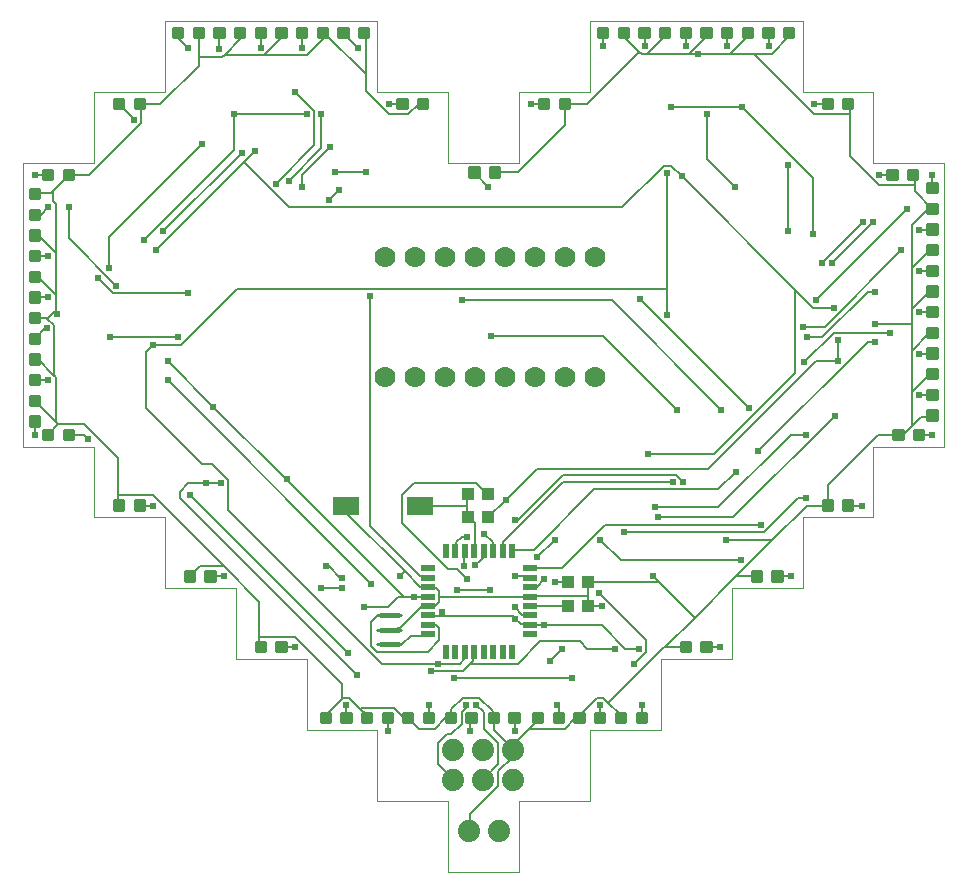
<source format=gtl>
G75*
%MOIN*%
%OFA0B0*%
%FSLAX25Y25*%
%IPPOS*%
%LPD*%
%AMOC8*
5,1,8,0,0,1.08239X$1,22.5*
%
%ADD10C,0.00004*%
%ADD11C,0.01181*%
%ADD12C,0.01772*%
%ADD13C,0.01000*%
%ADD14R,0.04331X0.03937*%
%ADD15R,0.05000X0.02200*%
%ADD16R,0.02200X0.05000*%
%ADD17C,0.07400*%
%ADD18R,0.09055X0.06299*%
%ADD19C,0.07000*%
%ADD20C,0.00787*%
%ADD21C,0.02400*%
D10*
X0074429Y0071868D02*
X0074429Y0095490D01*
X0050807Y0095490D01*
X0050807Y0119112D01*
X0027185Y0119112D01*
X0027185Y0142734D01*
X0003563Y0142734D01*
X0003563Y0237222D01*
X0027185Y0237222D01*
X0027185Y0260844D01*
X0050807Y0260844D01*
X0050807Y0284467D01*
X0121673Y0284467D01*
X0121673Y0260844D01*
X0145295Y0260844D01*
X0145295Y0237222D01*
X0168917Y0237222D01*
X0168917Y0260844D01*
X0192539Y0260844D01*
X0192539Y0284467D01*
X0263406Y0284467D01*
X0263406Y0260844D01*
X0287028Y0260844D01*
X0287028Y0237222D01*
X0310650Y0237222D01*
X0310650Y0142734D01*
X0287028Y0142734D01*
X0287028Y0119112D01*
X0263406Y0119112D01*
X0263406Y0095490D01*
X0239783Y0095490D01*
X0239783Y0071868D01*
X0216161Y0071868D01*
X0216161Y0048246D01*
X0192539Y0048246D01*
X0192539Y0024624D01*
X0168917Y0024624D01*
X0168917Y0001002D01*
X0145295Y0001002D01*
X0145295Y0024624D01*
X0121673Y0024624D01*
X0121673Y0048246D01*
X0098051Y0048246D01*
X0098051Y0071868D01*
X0074429Y0071868D01*
D11*
X0084165Y0074427D02*
X0084165Y0077183D01*
X0084165Y0074427D02*
X0081409Y0074427D01*
X0081409Y0077183D01*
X0084165Y0077183D01*
X0084165Y0075607D02*
X0081409Y0075607D01*
X0081409Y0076787D02*
X0084165Y0076787D01*
X0091071Y0077183D02*
X0091071Y0074427D01*
X0088315Y0074427D01*
X0088315Y0077183D01*
X0091071Y0077183D01*
X0091071Y0075607D02*
X0088315Y0075607D01*
X0088315Y0076787D02*
X0091071Y0076787D01*
X0105819Y0053561D02*
X0105819Y0050805D01*
X0103063Y0050805D01*
X0103063Y0053561D01*
X0105819Y0053561D01*
X0105819Y0051985D02*
X0103063Y0051985D01*
X0103063Y0053165D02*
X0105819Y0053165D01*
X0112724Y0053561D02*
X0112724Y0050805D01*
X0109968Y0050805D01*
X0109968Y0053561D01*
X0112724Y0053561D01*
X0112724Y0051985D02*
X0109968Y0051985D01*
X0109968Y0053165D02*
X0112724Y0053165D01*
X0119598Y0053561D02*
X0119598Y0050805D01*
X0116842Y0050805D01*
X0116842Y0053561D01*
X0119598Y0053561D01*
X0119598Y0051985D02*
X0116842Y0051985D01*
X0116842Y0053165D02*
X0119598Y0053165D01*
X0126504Y0053561D02*
X0126504Y0050805D01*
X0123748Y0050805D01*
X0123748Y0053561D01*
X0126504Y0053561D01*
X0126504Y0051985D02*
X0123748Y0051985D01*
X0123748Y0053165D02*
X0126504Y0053165D01*
X0133378Y0053561D02*
X0133378Y0050805D01*
X0130622Y0050805D01*
X0130622Y0053561D01*
X0133378Y0053561D01*
X0133378Y0051985D02*
X0130622Y0051985D01*
X0130622Y0053165D02*
X0133378Y0053165D01*
X0140284Y0053561D02*
X0140284Y0050805D01*
X0137528Y0050805D01*
X0137528Y0053561D01*
X0140284Y0053561D01*
X0140284Y0051985D02*
X0137528Y0051985D01*
X0137528Y0053165D02*
X0140284Y0053165D01*
X0147512Y0053561D02*
X0147512Y0050805D01*
X0144756Y0050805D01*
X0144756Y0053561D01*
X0147512Y0053561D01*
X0147512Y0051985D02*
X0144756Y0051985D01*
X0144756Y0053165D02*
X0147512Y0053165D01*
X0154417Y0053561D02*
X0154417Y0050805D01*
X0151661Y0050805D01*
X0151661Y0053561D01*
X0154417Y0053561D01*
X0154417Y0051985D02*
X0151661Y0051985D01*
X0151661Y0053165D02*
X0154417Y0053165D01*
X0161882Y0053561D02*
X0161882Y0050805D01*
X0159126Y0050805D01*
X0159126Y0053561D01*
X0161882Y0053561D01*
X0161882Y0051985D02*
X0159126Y0051985D01*
X0159126Y0053165D02*
X0161882Y0053165D01*
X0168787Y0053561D02*
X0168787Y0050805D01*
X0166031Y0050805D01*
X0166031Y0053561D01*
X0168787Y0053561D01*
X0168787Y0051985D02*
X0166031Y0051985D01*
X0166031Y0053165D02*
X0168787Y0053165D01*
X0176685Y0053561D02*
X0176685Y0050805D01*
X0173929Y0050805D01*
X0173929Y0053561D01*
X0176685Y0053561D01*
X0176685Y0051985D02*
X0173929Y0051985D01*
X0173929Y0053165D02*
X0176685Y0053165D01*
X0183591Y0053561D02*
X0183591Y0050805D01*
X0180835Y0050805D01*
X0180835Y0053561D01*
X0183591Y0053561D01*
X0183591Y0051985D02*
X0180835Y0051985D01*
X0180835Y0053165D02*
X0183591Y0053165D01*
X0190465Y0053561D02*
X0190465Y0050805D01*
X0187709Y0050805D01*
X0187709Y0053561D01*
X0190465Y0053561D01*
X0190465Y0051985D02*
X0187709Y0051985D01*
X0187709Y0053165D02*
X0190465Y0053165D01*
X0197370Y0053561D02*
X0197370Y0050805D01*
X0194614Y0050805D01*
X0194614Y0053561D01*
X0197370Y0053561D01*
X0197370Y0051985D02*
X0194614Y0051985D01*
X0194614Y0053165D02*
X0197370Y0053165D01*
X0204244Y0053561D02*
X0204244Y0050805D01*
X0201488Y0050805D01*
X0201488Y0053561D01*
X0204244Y0053561D01*
X0204244Y0051985D02*
X0201488Y0051985D01*
X0201488Y0053165D02*
X0204244Y0053165D01*
X0211150Y0053561D02*
X0211150Y0050805D01*
X0208394Y0050805D01*
X0208394Y0053561D01*
X0211150Y0053561D01*
X0211150Y0051985D02*
X0208394Y0051985D01*
X0208394Y0053165D02*
X0211150Y0053165D01*
X0225898Y0074427D02*
X0225898Y0077183D01*
X0225898Y0074427D02*
X0223142Y0074427D01*
X0223142Y0077183D01*
X0225898Y0077183D01*
X0225898Y0075607D02*
X0223142Y0075607D01*
X0223142Y0076787D02*
X0225898Y0076787D01*
X0232803Y0077183D02*
X0232803Y0074427D01*
X0230047Y0074427D01*
X0230047Y0077183D01*
X0232803Y0077183D01*
X0232803Y0075607D02*
X0230047Y0075607D01*
X0230047Y0076787D02*
X0232803Y0076787D01*
X0249520Y0098049D02*
X0249520Y0100805D01*
X0249520Y0098049D02*
X0246764Y0098049D01*
X0246764Y0100805D01*
X0249520Y0100805D01*
X0249520Y0099229D02*
X0246764Y0099229D01*
X0246764Y0100409D02*
X0249520Y0100409D01*
X0256425Y0100805D02*
X0256425Y0098049D01*
X0253669Y0098049D01*
X0253669Y0100805D01*
X0256425Y0100805D01*
X0256425Y0099229D02*
X0253669Y0099229D01*
X0253669Y0100409D02*
X0256425Y0100409D01*
X0273142Y0121671D02*
X0273142Y0124427D01*
X0273142Y0121671D02*
X0270386Y0121671D01*
X0270386Y0124427D01*
X0273142Y0124427D01*
X0273142Y0122851D02*
X0270386Y0122851D01*
X0270386Y0124031D02*
X0273142Y0124031D01*
X0280047Y0124427D02*
X0280047Y0121671D01*
X0277291Y0121671D01*
X0277291Y0124427D01*
X0280047Y0124427D01*
X0280047Y0122851D02*
X0277291Y0122851D01*
X0277291Y0124031D02*
X0280047Y0124031D01*
X0296764Y0145293D02*
X0296764Y0148049D01*
X0296764Y0145293D02*
X0294008Y0145293D01*
X0294008Y0148049D01*
X0296764Y0148049D01*
X0296764Y0146473D02*
X0294008Y0146473D01*
X0294008Y0147653D02*
X0296764Y0147653D01*
X0303669Y0148049D02*
X0303669Y0145293D01*
X0300913Y0145293D01*
X0300913Y0148049D01*
X0303669Y0148049D01*
X0303669Y0146473D02*
X0300913Y0146473D01*
X0300913Y0147653D02*
X0303669Y0147653D01*
X0305335Y0154439D02*
X0308091Y0154439D01*
X0308091Y0151683D01*
X0305335Y0151683D01*
X0305335Y0154439D01*
X0305335Y0152863D02*
X0308091Y0152863D01*
X0308091Y0154043D02*
X0305335Y0154043D01*
X0305335Y0161345D02*
X0308091Y0161345D01*
X0308091Y0158589D01*
X0305335Y0158589D01*
X0305335Y0161345D01*
X0305335Y0159769D02*
X0308091Y0159769D01*
X0308091Y0160949D02*
X0305335Y0160949D01*
X0305335Y0168219D02*
X0308091Y0168219D01*
X0308091Y0165463D01*
X0305335Y0165463D01*
X0305335Y0168219D01*
X0305335Y0166643D02*
X0308091Y0166643D01*
X0308091Y0167823D02*
X0305335Y0167823D01*
X0305335Y0175124D02*
X0308091Y0175124D01*
X0308091Y0172368D01*
X0305335Y0172368D01*
X0305335Y0175124D01*
X0305335Y0173548D02*
X0308091Y0173548D01*
X0308091Y0174728D02*
X0305335Y0174728D01*
X0305335Y0181998D02*
X0308091Y0181998D01*
X0308091Y0179242D01*
X0305335Y0179242D01*
X0305335Y0181998D01*
X0305335Y0180422D02*
X0308091Y0180422D01*
X0308091Y0181602D02*
X0305335Y0181602D01*
X0305335Y0188904D02*
X0308091Y0188904D01*
X0308091Y0186148D01*
X0305335Y0186148D01*
X0305335Y0188904D01*
X0305335Y0187328D02*
X0308091Y0187328D01*
X0308091Y0188508D02*
X0305335Y0188508D01*
X0305335Y0195778D02*
X0308091Y0195778D01*
X0308091Y0193022D01*
X0305335Y0193022D01*
X0305335Y0195778D01*
X0305335Y0194202D02*
X0308091Y0194202D01*
X0308091Y0195382D02*
X0305335Y0195382D01*
X0305335Y0202683D02*
X0308091Y0202683D01*
X0308091Y0199927D01*
X0305335Y0199927D01*
X0305335Y0202683D01*
X0305335Y0201107D02*
X0308091Y0201107D01*
X0308091Y0202287D02*
X0305335Y0202287D01*
X0305335Y0209557D02*
X0308091Y0209557D01*
X0308091Y0206801D01*
X0305335Y0206801D01*
X0305335Y0209557D01*
X0305335Y0207981D02*
X0308091Y0207981D01*
X0308091Y0209161D02*
X0305335Y0209161D01*
X0305335Y0216463D02*
X0308091Y0216463D01*
X0308091Y0213707D01*
X0305335Y0213707D01*
X0305335Y0216463D01*
X0305335Y0214887D02*
X0308091Y0214887D01*
X0308091Y0216067D02*
X0305335Y0216067D01*
X0305335Y0223337D02*
X0308091Y0223337D01*
X0308091Y0220581D01*
X0305335Y0220581D01*
X0305335Y0223337D01*
X0305335Y0221761D02*
X0308091Y0221761D01*
X0308091Y0222941D02*
X0305335Y0222941D01*
X0305335Y0230242D02*
X0308091Y0230242D01*
X0308091Y0227486D01*
X0305335Y0227486D01*
X0305335Y0230242D01*
X0305335Y0228666D02*
X0308091Y0228666D01*
X0308091Y0229846D02*
X0305335Y0229846D01*
X0298945Y0231907D02*
X0298945Y0234663D01*
X0301701Y0234663D01*
X0301701Y0231907D01*
X0298945Y0231907D01*
X0298945Y0233087D02*
X0301701Y0233087D01*
X0301701Y0234267D02*
X0298945Y0234267D01*
X0292039Y0234663D02*
X0292039Y0231907D01*
X0292039Y0234663D02*
X0294795Y0234663D01*
X0294795Y0231907D01*
X0292039Y0231907D01*
X0292039Y0233087D02*
X0294795Y0233087D01*
X0294795Y0234267D02*
X0292039Y0234267D01*
X0277291Y0255529D02*
X0277291Y0258285D01*
X0280047Y0258285D01*
X0280047Y0255529D01*
X0277291Y0255529D01*
X0277291Y0256709D02*
X0280047Y0256709D01*
X0280047Y0257889D02*
X0277291Y0257889D01*
X0270386Y0258285D02*
X0270386Y0255529D01*
X0270386Y0258285D02*
X0273142Y0258285D01*
X0273142Y0255529D01*
X0270386Y0255529D01*
X0270386Y0256709D02*
X0273142Y0256709D01*
X0273142Y0257889D02*
X0270386Y0257889D01*
X0257606Y0279152D02*
X0257606Y0281908D01*
X0260362Y0281908D01*
X0260362Y0279152D01*
X0257606Y0279152D01*
X0257606Y0280332D02*
X0260362Y0280332D01*
X0260362Y0281512D02*
X0257606Y0281512D01*
X0250701Y0281908D02*
X0250701Y0279152D01*
X0250701Y0281908D02*
X0253457Y0281908D01*
X0253457Y0279152D01*
X0250701Y0279152D01*
X0250701Y0280332D02*
X0253457Y0280332D01*
X0253457Y0281512D02*
X0250701Y0281512D01*
X0243827Y0281908D02*
X0243827Y0279152D01*
X0243827Y0281908D02*
X0246583Y0281908D01*
X0246583Y0279152D01*
X0243827Y0279152D01*
X0243827Y0280332D02*
X0246583Y0280332D01*
X0246583Y0281512D02*
X0243827Y0281512D01*
X0236921Y0281908D02*
X0236921Y0279152D01*
X0236921Y0281908D02*
X0239677Y0281908D01*
X0239677Y0279152D01*
X0236921Y0279152D01*
X0236921Y0280332D02*
X0239677Y0280332D01*
X0239677Y0281512D02*
X0236921Y0281512D01*
X0230047Y0281908D02*
X0230047Y0279152D01*
X0230047Y0281908D02*
X0232803Y0281908D01*
X0232803Y0279152D01*
X0230047Y0279152D01*
X0230047Y0280332D02*
X0232803Y0280332D01*
X0232803Y0281512D02*
X0230047Y0281512D01*
X0223142Y0281908D02*
X0223142Y0279152D01*
X0223142Y0281908D02*
X0225898Y0281908D01*
X0225898Y0279152D01*
X0223142Y0279152D01*
X0223142Y0280332D02*
X0225898Y0280332D01*
X0225898Y0281512D02*
X0223142Y0281512D01*
X0216268Y0281908D02*
X0216268Y0279152D01*
X0216268Y0281908D02*
X0219024Y0281908D01*
X0219024Y0279152D01*
X0216268Y0279152D01*
X0216268Y0280332D02*
X0219024Y0280332D01*
X0219024Y0281512D02*
X0216268Y0281512D01*
X0209362Y0281908D02*
X0209362Y0279152D01*
X0209362Y0281908D02*
X0212118Y0281908D01*
X0212118Y0279152D01*
X0209362Y0279152D01*
X0209362Y0280332D02*
X0212118Y0280332D01*
X0212118Y0281512D02*
X0209362Y0281512D01*
X0202488Y0281908D02*
X0202488Y0279152D01*
X0202488Y0281908D02*
X0205244Y0281908D01*
X0205244Y0279152D01*
X0202488Y0279152D01*
X0202488Y0280332D02*
X0205244Y0280332D01*
X0205244Y0281512D02*
X0202488Y0281512D01*
X0195583Y0281908D02*
X0195583Y0279152D01*
X0195583Y0281908D02*
X0198339Y0281908D01*
X0198339Y0279152D01*
X0195583Y0279152D01*
X0195583Y0280332D02*
X0198339Y0280332D01*
X0198339Y0281512D02*
X0195583Y0281512D01*
X0182803Y0258285D02*
X0182803Y0255529D01*
X0182803Y0258285D02*
X0185559Y0258285D01*
X0185559Y0255529D01*
X0182803Y0255529D01*
X0182803Y0256709D02*
X0185559Y0256709D01*
X0185559Y0257889D02*
X0182803Y0257889D01*
X0175898Y0258285D02*
X0175898Y0255529D01*
X0175898Y0258285D02*
X0178654Y0258285D01*
X0178654Y0255529D01*
X0175898Y0255529D01*
X0175898Y0256709D02*
X0178654Y0256709D01*
X0178654Y0257889D02*
X0175898Y0257889D01*
X0159575Y0235451D02*
X0159575Y0232695D01*
X0159575Y0235451D02*
X0162331Y0235451D01*
X0162331Y0232695D01*
X0159575Y0232695D01*
X0159575Y0233875D02*
X0162331Y0233875D01*
X0162331Y0235055D02*
X0159575Y0235055D01*
X0152669Y0235451D02*
X0152669Y0232695D01*
X0152669Y0235451D02*
X0155425Y0235451D01*
X0155425Y0232695D01*
X0152669Y0232695D01*
X0152669Y0233875D02*
X0155425Y0233875D01*
X0155425Y0235055D02*
X0152669Y0235055D01*
X0135559Y0255529D02*
X0135559Y0258285D01*
X0138315Y0258285D01*
X0138315Y0255529D01*
X0135559Y0255529D01*
X0135559Y0256709D02*
X0138315Y0256709D01*
X0138315Y0257889D02*
X0135559Y0257889D01*
X0128653Y0258285D02*
X0128653Y0255529D01*
X0128653Y0258285D02*
X0131409Y0258285D01*
X0131409Y0255529D01*
X0128653Y0255529D01*
X0128653Y0256709D02*
X0131409Y0256709D01*
X0131409Y0257889D02*
X0128653Y0257889D01*
X0115874Y0279152D02*
X0115874Y0281908D01*
X0118630Y0281908D01*
X0118630Y0279152D01*
X0115874Y0279152D01*
X0115874Y0280332D02*
X0118630Y0280332D01*
X0118630Y0281512D02*
X0115874Y0281512D01*
X0108968Y0281908D02*
X0108968Y0279152D01*
X0108968Y0281908D02*
X0111724Y0281908D01*
X0111724Y0279152D01*
X0108968Y0279152D01*
X0108968Y0280332D02*
X0111724Y0280332D01*
X0111724Y0281512D02*
X0108968Y0281512D01*
X0102094Y0281908D02*
X0102094Y0279152D01*
X0102094Y0281908D02*
X0104850Y0281908D01*
X0104850Y0279152D01*
X0102094Y0279152D01*
X0102094Y0280332D02*
X0104850Y0280332D01*
X0104850Y0281512D02*
X0102094Y0281512D01*
X0095189Y0281908D02*
X0095189Y0279152D01*
X0095189Y0281908D02*
X0097945Y0281908D01*
X0097945Y0279152D01*
X0095189Y0279152D01*
X0095189Y0280332D02*
X0097945Y0280332D01*
X0097945Y0281512D02*
X0095189Y0281512D01*
X0088315Y0281908D02*
X0088315Y0279152D01*
X0088315Y0281908D02*
X0091071Y0281908D01*
X0091071Y0279152D01*
X0088315Y0279152D01*
X0088315Y0280332D02*
X0091071Y0280332D01*
X0091071Y0281512D02*
X0088315Y0281512D01*
X0081409Y0281908D02*
X0081409Y0279152D01*
X0081409Y0281908D02*
X0084165Y0281908D01*
X0084165Y0279152D01*
X0081409Y0279152D01*
X0081409Y0280332D02*
X0084165Y0280332D01*
X0084165Y0281512D02*
X0081409Y0281512D01*
X0074535Y0281908D02*
X0074535Y0279152D01*
X0074535Y0281908D02*
X0077291Y0281908D01*
X0077291Y0279152D01*
X0074535Y0279152D01*
X0074535Y0280332D02*
X0077291Y0280332D01*
X0077291Y0281512D02*
X0074535Y0281512D01*
X0067630Y0281908D02*
X0067630Y0279152D01*
X0067630Y0281908D02*
X0070386Y0281908D01*
X0070386Y0279152D01*
X0067630Y0279152D01*
X0067630Y0280332D02*
X0070386Y0280332D01*
X0070386Y0281512D02*
X0067630Y0281512D01*
X0060756Y0281908D02*
X0060756Y0279152D01*
X0060756Y0281908D02*
X0063512Y0281908D01*
X0063512Y0279152D01*
X0060756Y0279152D01*
X0060756Y0280332D02*
X0063512Y0280332D01*
X0063512Y0281512D02*
X0060756Y0281512D01*
X0053850Y0281908D02*
X0053850Y0279152D01*
X0053850Y0281908D02*
X0056606Y0281908D01*
X0056606Y0279152D01*
X0053850Y0279152D01*
X0053850Y0280332D02*
X0056606Y0280332D01*
X0056606Y0281512D02*
X0053850Y0281512D01*
X0041071Y0258285D02*
X0041071Y0255529D01*
X0041071Y0258285D02*
X0043827Y0258285D01*
X0043827Y0255529D01*
X0041071Y0255529D01*
X0041071Y0256709D02*
X0043827Y0256709D01*
X0043827Y0257889D02*
X0041071Y0257889D01*
X0034165Y0258285D02*
X0034165Y0255529D01*
X0034165Y0258285D02*
X0036921Y0258285D01*
X0036921Y0255529D01*
X0034165Y0255529D01*
X0034165Y0256709D02*
X0036921Y0256709D01*
X0036921Y0257889D02*
X0034165Y0257889D01*
X0017449Y0234663D02*
X0017449Y0231907D01*
X0017449Y0234663D02*
X0020205Y0234663D01*
X0020205Y0231907D01*
X0017449Y0231907D01*
X0017449Y0233087D02*
X0020205Y0233087D01*
X0020205Y0234267D02*
X0017449Y0234267D01*
X0010543Y0234663D02*
X0010543Y0231907D01*
X0010543Y0234663D02*
X0013299Y0234663D01*
X0013299Y0231907D01*
X0010543Y0231907D01*
X0010543Y0233087D02*
X0013299Y0233087D01*
X0013299Y0234267D02*
X0010543Y0234267D01*
X0008878Y0225518D02*
X0006122Y0225518D01*
X0006122Y0228274D01*
X0008878Y0228274D01*
X0008878Y0225518D01*
X0008878Y0226698D02*
X0006122Y0226698D01*
X0006122Y0227878D02*
X0008878Y0227878D01*
X0008878Y0218612D02*
X0006122Y0218612D01*
X0006122Y0221368D01*
X0008878Y0221368D01*
X0008878Y0218612D01*
X0008878Y0219792D02*
X0006122Y0219792D01*
X0006122Y0220972D02*
X0008878Y0220972D01*
X0008878Y0211738D02*
X0006122Y0211738D01*
X0006122Y0214494D01*
X0008878Y0214494D01*
X0008878Y0211738D01*
X0008878Y0212918D02*
X0006122Y0212918D01*
X0006122Y0214098D02*
X0008878Y0214098D01*
X0008878Y0204833D02*
X0006122Y0204833D01*
X0006122Y0207589D01*
X0008878Y0207589D01*
X0008878Y0204833D01*
X0008878Y0206013D02*
X0006122Y0206013D01*
X0006122Y0207193D02*
X0008878Y0207193D01*
X0008878Y0197959D02*
X0006122Y0197959D01*
X0006122Y0200715D01*
X0008878Y0200715D01*
X0008878Y0197959D01*
X0008878Y0199139D02*
X0006122Y0199139D01*
X0006122Y0200319D02*
X0008878Y0200319D01*
X0008878Y0191053D02*
X0006122Y0191053D01*
X0006122Y0193809D01*
X0008878Y0193809D01*
X0008878Y0191053D01*
X0008878Y0192233D02*
X0006122Y0192233D01*
X0006122Y0193413D02*
X0008878Y0193413D01*
X0008878Y0184179D02*
X0006122Y0184179D01*
X0006122Y0186935D01*
X0008878Y0186935D01*
X0008878Y0184179D01*
X0008878Y0185359D02*
X0006122Y0185359D01*
X0006122Y0186539D02*
X0008878Y0186539D01*
X0008878Y0177274D02*
X0006122Y0177274D01*
X0006122Y0180030D01*
X0008878Y0180030D01*
X0008878Y0177274D01*
X0008878Y0178454D02*
X0006122Y0178454D01*
X0006122Y0179634D02*
X0008878Y0179634D01*
X0008878Y0170400D02*
X0006122Y0170400D01*
X0006122Y0173156D01*
X0008878Y0173156D01*
X0008878Y0170400D01*
X0008878Y0171580D02*
X0006122Y0171580D01*
X0006122Y0172760D02*
X0008878Y0172760D01*
X0008878Y0163494D02*
X0006122Y0163494D01*
X0006122Y0166250D01*
X0008878Y0166250D01*
X0008878Y0163494D01*
X0008878Y0164674D02*
X0006122Y0164674D01*
X0006122Y0165854D02*
X0008878Y0165854D01*
X0008878Y0156620D02*
X0006122Y0156620D01*
X0006122Y0159376D01*
X0008878Y0159376D01*
X0008878Y0156620D01*
X0008878Y0157800D02*
X0006122Y0157800D01*
X0006122Y0158980D02*
X0008878Y0158980D01*
X0008878Y0149715D02*
X0006122Y0149715D01*
X0006122Y0152471D01*
X0008878Y0152471D01*
X0008878Y0149715D01*
X0008878Y0150895D02*
X0006122Y0150895D01*
X0006122Y0152075D02*
X0008878Y0152075D01*
X0013299Y0148049D02*
X0013299Y0145293D01*
X0010543Y0145293D01*
X0010543Y0148049D01*
X0013299Y0148049D01*
X0013299Y0146473D02*
X0010543Y0146473D01*
X0010543Y0147653D02*
X0013299Y0147653D01*
X0020205Y0148049D02*
X0020205Y0145293D01*
X0017449Y0145293D01*
X0017449Y0148049D01*
X0020205Y0148049D01*
X0020205Y0146473D02*
X0017449Y0146473D01*
X0017449Y0147653D02*
X0020205Y0147653D01*
X0036921Y0124427D02*
X0036921Y0121671D01*
X0034165Y0121671D01*
X0034165Y0124427D01*
X0036921Y0124427D01*
X0036921Y0122851D02*
X0034165Y0122851D01*
X0034165Y0124031D02*
X0036921Y0124031D01*
X0043827Y0124427D02*
X0043827Y0121671D01*
X0041071Y0121671D01*
X0041071Y0124427D01*
X0043827Y0124427D01*
X0043827Y0122851D02*
X0041071Y0122851D01*
X0041071Y0124031D02*
X0043827Y0124031D01*
X0060543Y0100805D02*
X0060543Y0098049D01*
X0057787Y0098049D01*
X0057787Y0100805D01*
X0060543Y0100805D01*
X0060543Y0099229D02*
X0057787Y0099229D01*
X0057787Y0100409D02*
X0060543Y0100409D01*
X0067449Y0100805D02*
X0067449Y0098049D01*
X0064693Y0098049D01*
X0064693Y0100805D01*
X0067449Y0100805D01*
X0067449Y0099229D02*
X0064693Y0099229D01*
X0064693Y0100409D02*
X0067449Y0100409D01*
D12*
X0122746Y0086435D02*
X0128474Y0086435D01*
X0128474Y0081711D02*
X0122746Y0081711D01*
X0122746Y0076986D02*
X0128474Y0076986D01*
D13*
X0129610Y0076986D02*
X0125610Y0076986D01*
X0121610Y0076986D01*
X0121610Y0081711D02*
X0125610Y0081711D01*
X0129610Y0081711D01*
X0129610Y0086435D02*
X0125610Y0086435D01*
X0121610Y0086435D01*
D14*
X0151791Y0119112D03*
X0158484Y0119112D03*
X0158484Y0126986D03*
X0151791Y0126986D03*
X0185256Y0097459D03*
X0185256Y0089585D03*
X0191949Y0089585D03*
X0191949Y0097459D03*
D15*
X0172431Y0099033D03*
X0172431Y0095884D03*
X0172431Y0092734D03*
X0172431Y0089585D03*
X0172431Y0086435D03*
X0172431Y0083285D03*
X0172431Y0080136D03*
X0172431Y0102183D03*
X0138631Y0102183D03*
X0138631Y0099033D03*
X0138631Y0095884D03*
X0138631Y0092734D03*
X0138631Y0089585D03*
X0138631Y0086435D03*
X0138631Y0083285D03*
X0138631Y0080136D03*
D16*
X0144508Y0074259D03*
X0147657Y0074259D03*
X0150807Y0074259D03*
X0153957Y0074259D03*
X0157106Y0074259D03*
X0160256Y0074259D03*
X0163406Y0074259D03*
X0166555Y0074259D03*
X0166555Y0108059D03*
X0163406Y0108059D03*
X0160256Y0108059D03*
X0157106Y0108059D03*
X0153957Y0108059D03*
X0150807Y0108059D03*
X0147657Y0108059D03*
X0144508Y0108059D03*
D17*
X0146949Y0041553D03*
X0156949Y0041553D03*
X0166949Y0041553D03*
X0166949Y0031553D03*
X0156949Y0031553D03*
X0146949Y0031553D03*
X0152264Y0014585D03*
X0162264Y0014585D03*
D18*
X0136043Y0123049D03*
X0111240Y0123049D03*
D19*
X0124075Y0166041D03*
X0134075Y0166041D03*
X0144075Y0166041D03*
X0154075Y0166041D03*
X0164075Y0166041D03*
X0174075Y0166041D03*
X0184075Y0166041D03*
X0194075Y0166041D03*
X0194075Y0206041D03*
X0184075Y0206041D03*
X0174075Y0206041D03*
X0164075Y0206041D03*
X0154075Y0206041D03*
X0144075Y0206041D03*
X0134075Y0206041D03*
X0124075Y0206041D03*
D20*
X0119213Y0192931D02*
X0119213Y0116159D01*
X0135945Y0099427D01*
X0138406Y0099427D01*
X0138631Y0099033D01*
X0138406Y0095982D02*
X0135945Y0095982D01*
X0130778Y0101150D01*
X0129055Y0099427D01*
X0130778Y0101150D02*
X0111339Y0120589D01*
X0111339Y0123049D01*
X0111240Y0123049D01*
X0130039Y0126494D02*
X0130039Y0117144D01*
X0145295Y0101888D01*
X0148248Y0101888D01*
X0151693Y0098443D01*
X0150709Y0102872D02*
X0150709Y0107793D01*
X0150807Y0108059D01*
X0147756Y0108285D02*
X0147657Y0108059D01*
X0147756Y0108285D02*
X0147756Y0110746D01*
X0149724Y0112715D01*
X0151693Y0112715D01*
X0154154Y0117144D02*
X0152185Y0119112D01*
X0151791Y0119112D01*
X0151693Y0119112D01*
X0151693Y0123049D01*
X0136043Y0123049D01*
X0130039Y0126494D02*
X0133976Y0130431D01*
X0154646Y0130431D01*
X0158091Y0126986D01*
X0158484Y0126986D01*
X0164488Y0125018D02*
X0174823Y0135352D01*
X0231909Y0135352D01*
X0267835Y0171278D01*
X0275217Y0171278D01*
X0275217Y0178167D01*
X0273740Y0180628D02*
X0263898Y0170785D01*
X0260945Y0167341D02*
X0260945Y0194407D01*
X0261191Y0194654D01*
X0266850Y0188994D01*
X0273740Y0188994D01*
X0267835Y0191455D02*
X0298346Y0221967D01*
X0299823Y0216553D02*
X0299823Y0202774D01*
X0300069Y0202528D01*
X0305236Y0207695D01*
X0306713Y0207695D01*
X0306713Y0208179D01*
X0306713Y0215077D02*
X0302283Y0215077D01*
X0299823Y0216553D02*
X0305728Y0222459D01*
X0306713Y0221959D01*
X0306713Y0221967D01*
X0300807Y0227872D01*
X0300807Y0229841D01*
X0288996Y0229841D01*
X0279154Y0239683D01*
X0279154Y0253463D01*
X0267343Y0253463D01*
X0247165Y0273640D01*
X0253071Y0273640D01*
X0258976Y0279545D01*
X0258976Y0280530D01*
X0258984Y0280530D01*
X0252087Y0280530D02*
X0252087Y0276100D01*
X0252087Y0280530D02*
X0252079Y0280530D01*
X0245205Y0280530D02*
X0245197Y0280530D01*
X0245197Y0279545D01*
X0239537Y0273886D01*
X0239783Y0273640D01*
X0247165Y0273640D01*
X0239537Y0273886D02*
X0239291Y0273640D01*
X0228465Y0273640D01*
X0226004Y0273640D01*
X0225758Y0273886D01*
X0231417Y0279545D01*
X0231417Y0280530D01*
X0231425Y0280530D01*
X0238299Y0280530D02*
X0238307Y0280530D01*
X0238307Y0276100D01*
X0225758Y0273886D02*
X0225512Y0273640D01*
X0212224Y0273640D01*
X0211978Y0273886D01*
X0211732Y0273640D01*
X0209764Y0273640D01*
X0209026Y0274378D01*
X0191555Y0256907D01*
X0184181Y0256907D01*
X0184173Y0256907D01*
X0184173Y0250018D01*
X0168425Y0234270D01*
X0161043Y0234270D01*
X0160953Y0234073D01*
X0158583Y0229348D02*
X0154154Y0233778D01*
X0154047Y0234073D01*
X0132008Y0253463D02*
X0125610Y0253463D01*
X0117736Y0261337D01*
X0117736Y0266750D01*
X0103957Y0280530D01*
X0103472Y0280530D01*
X0104449Y0279545D01*
X0098051Y0273148D01*
X0084272Y0273148D01*
X0084026Y0273394D01*
X0089685Y0279053D01*
X0089685Y0280530D01*
X0089693Y0280530D01*
X0096567Y0280530D02*
X0096575Y0280530D01*
X0096575Y0275608D01*
X0084026Y0273394D02*
X0083780Y0273148D01*
X0070984Y0273148D01*
X0070738Y0273394D01*
X0075906Y0278561D01*
X0075906Y0280530D01*
X0075913Y0280530D01*
X0082787Y0280530D02*
X0082795Y0280530D01*
X0082795Y0275608D01*
X0070738Y0273394D02*
X0070000Y0272656D01*
X0062126Y0272656D01*
X0062126Y0269703D01*
X0049331Y0256907D01*
X0042933Y0256907D01*
X0042449Y0256907D01*
X0042933Y0256907D02*
X0042933Y0250510D01*
X0025709Y0233285D01*
X0018827Y0233285D01*
X0018819Y0233285D01*
X0013159Y0227626D01*
X0013406Y0227380D01*
X0013406Y0224427D01*
X0014390Y0223443D01*
X0014390Y0207695D01*
X0014144Y0207449D01*
X0008484Y0213108D01*
X0007500Y0213108D01*
X0007500Y0213116D01*
X0007500Y0206219D02*
X0007500Y0206211D01*
X0007500Y0206219D02*
X0011929Y0206219D01*
X0014144Y0207449D02*
X0014390Y0207203D01*
X0014390Y0193915D01*
X0014144Y0193669D01*
X0008484Y0199329D01*
X0007500Y0199329D01*
X0007500Y0199337D01*
X0014144Y0193669D02*
X0014390Y0193423D01*
X0014390Y0188010D01*
X0014144Y0187764D01*
X0014882Y0187026D01*
X0014144Y0187764D02*
X0011683Y0185303D01*
X0011437Y0185549D01*
X0007500Y0185549D01*
X0007500Y0185557D01*
X0011683Y0185303D02*
X0013898Y0183089D01*
X0013898Y0166848D01*
X0013652Y0166602D01*
X0008484Y0171770D01*
X0007500Y0171770D01*
X0007500Y0171778D01*
X0007500Y0164880D02*
X0007500Y0164872D01*
X0007500Y0164880D02*
X0011929Y0164880D01*
X0013652Y0166602D02*
X0014390Y0165864D01*
X0014390Y0151593D01*
X0014144Y0151346D01*
X0007500Y0157990D01*
X0007500Y0157998D01*
X0007500Y0151093D02*
X0007500Y0146671D01*
X0011921Y0146671D02*
X0011929Y0146671D01*
X0015374Y0150116D01*
X0014144Y0151346D01*
X0015374Y0150116D02*
X0023740Y0150116D01*
X0035059Y0138797D01*
X0035059Y0126494D01*
X0046870Y0126494D01*
X0070492Y0102872D01*
X0062618Y0102872D01*
X0059173Y0099427D01*
X0059165Y0099427D01*
X0066071Y0099427D02*
X0070492Y0099427D01*
X0070492Y0102872D02*
X0082303Y0091061D01*
X0082303Y0079250D01*
X0094114Y0079250D01*
X0109862Y0063502D01*
X0109862Y0059073D01*
X0110108Y0058827D01*
X0104449Y0053167D01*
X0104449Y0052183D01*
X0104441Y0052183D01*
X0111339Y0052183D02*
X0111346Y0052183D01*
X0111339Y0052183D02*
X0111339Y0056612D01*
X0110108Y0058827D02*
X0110354Y0059073D01*
X0112323Y0059073D01*
X0116014Y0055382D01*
X0116260Y0055628D01*
X0127087Y0055628D01*
X0130531Y0052183D01*
X0132000Y0052183D01*
X0132008Y0052183D01*
X0135453Y0048738D01*
X0140866Y0048738D01*
X0144311Y0052183D01*
X0146134Y0052183D01*
X0146280Y0052183D01*
X0146280Y0055136D01*
X0150217Y0059073D01*
X0155630Y0059073D01*
X0160059Y0054644D01*
X0160059Y0052183D01*
X0160504Y0052183D01*
X0160551Y0052183D01*
X0160551Y0048246D01*
X0166949Y0041848D01*
X0166949Y0041553D01*
X0166949Y0039388D01*
X0162028Y0034467D01*
X0162028Y0029545D01*
X0152677Y0020195D01*
X0152677Y0014781D01*
X0152264Y0014585D01*
X0156949Y0031553D02*
X0157106Y0032006D01*
X0162028Y0036927D01*
X0162028Y0043817D01*
X0157106Y0048738D01*
X0157106Y0054152D01*
X0154646Y0056612D01*
X0151201Y0056612D02*
X0151201Y0055628D01*
X0149724Y0054152D01*
X0149724Y0050215D01*
X0146280Y0046770D01*
X0144803Y0046770D01*
X0141850Y0043817D01*
X0141850Y0036927D01*
X0146772Y0032006D01*
X0146949Y0031553D01*
X0152677Y0047754D02*
X0152677Y0052183D01*
X0153039Y0052183D01*
X0138906Y0052183D02*
X0138898Y0052183D01*
X0138898Y0056612D01*
X0147264Y0065470D02*
X0186634Y0065470D01*
X0179252Y0071376D02*
X0183189Y0075313D01*
X0189094Y0077774D02*
X0191555Y0075313D01*
X0200906Y0075313D01*
X0204350Y0075313D02*
X0196476Y0083187D01*
X0177283Y0083187D01*
X0172854Y0083187D01*
X0172431Y0083285D01*
X0172362Y0083679D01*
X0169409Y0083679D01*
X0167687Y0085402D01*
X0167441Y0085156D01*
X0167687Y0085402D02*
X0166949Y0086140D01*
X0143327Y0086140D01*
X0143327Y0087616D01*
X0143327Y0086140D02*
X0138898Y0086140D01*
X0138631Y0086435D01*
X0138631Y0089585D02*
X0136437Y0089585D01*
X0129055Y0082203D01*
X0125610Y0081711D01*
X0125610Y0086435D02*
X0121673Y0086140D01*
X0119705Y0084171D01*
X0119705Y0076297D01*
X0121673Y0074329D01*
X0138406Y0074329D01*
X0142343Y0078266D01*
X0142343Y0082203D01*
X0141358Y0083187D01*
X0138898Y0083187D01*
X0138631Y0083285D01*
X0138631Y0080136D02*
X0138406Y0079742D01*
X0132992Y0079742D01*
X0130039Y0076789D01*
X0129610Y0076986D01*
X0123150Y0070392D02*
X0071969Y0121573D01*
X0071969Y0131415D01*
X0066555Y0136829D01*
X0063110Y0136829D01*
X0044409Y0155530D01*
X0044409Y0174230D01*
X0046870Y0176691D01*
X0056220Y0176691D01*
X0074921Y0195392D01*
X0218130Y0195392D01*
X0218130Y0186533D01*
X0218130Y0195392D02*
X0218130Y0233778D01*
X0217146Y0236238D02*
X0219606Y0236238D01*
X0223051Y0232793D01*
X0261191Y0194654D01*
X0269803Y0203758D02*
X0283583Y0217537D01*
X0287028Y0217537D02*
X0273248Y0203758D01*
X0266850Y0213600D02*
X0266850Y0232301D01*
X0243228Y0255923D01*
X0219606Y0255923D01*
X0231417Y0253463D02*
X0231417Y0238699D01*
X0240768Y0229348D01*
X0258484Y0236730D02*
X0258484Y0214585D01*
X0285059Y0194407D02*
X0269803Y0179152D01*
X0264882Y0179152D01*
X0263406Y0182596D02*
X0270787Y0182596D01*
X0296378Y0208187D01*
X0300069Y0202528D02*
X0299823Y0202281D01*
X0299823Y0188994D01*
X0300069Y0188748D01*
X0305236Y0193915D01*
X0306713Y0193915D01*
X0306713Y0194400D01*
X0306713Y0187526D02*
X0306713Y0187518D01*
X0302283Y0187518D01*
X0300069Y0188748D02*
X0299823Y0188502D01*
X0299823Y0183581D01*
X0287520Y0183581D01*
X0292441Y0180628D02*
X0273740Y0180628D01*
X0285059Y0177675D02*
X0248642Y0141258D01*
X0241260Y0134368D02*
X0235354Y0128463D01*
X0194016Y0128463D01*
X0173839Y0108285D01*
X0166949Y0108285D01*
X0166555Y0108059D01*
X0163504Y0108285D02*
X0163504Y0110746D01*
X0183681Y0130923D01*
X0220098Y0130923D01*
X0221083Y0133384D02*
X0223543Y0130923D01*
X0221083Y0133384D02*
X0183681Y0133384D01*
X0168425Y0118128D01*
X0167441Y0118128D01*
X0164488Y0125018D02*
X0158583Y0119112D01*
X0158484Y0119112D01*
X0154154Y0117144D02*
X0154154Y0108285D01*
X0153957Y0108059D01*
X0157106Y0105825D02*
X0155630Y0104348D01*
X0155138Y0104348D01*
X0154154Y0103364D01*
X0157106Y0105825D02*
X0157106Y0108059D01*
X0160059Y0108285D02*
X0160059Y0110746D01*
X0157106Y0113699D01*
X0160059Y0108285D02*
X0160256Y0108059D01*
X0163406Y0108059D02*
X0163504Y0108285D01*
X0172431Y0102183D02*
X0172854Y0102380D01*
X0183189Y0102380D01*
X0197461Y0116652D01*
X0249626Y0116652D01*
X0250610Y0114191D02*
X0203858Y0114191D01*
X0195984Y0111730D02*
X0202874Y0104841D01*
X0242736Y0104841D01*
X0241260Y0099427D02*
X0253317Y0111484D01*
X0253071Y0111730D01*
X0237815Y0111730D01*
X0240276Y0119112D02*
X0215177Y0119112D01*
X0214193Y0122557D02*
X0235354Y0122557D01*
X0259469Y0146671D01*
X0264390Y0146671D01*
X0274232Y0153069D02*
X0240276Y0119112D01*
X0250610Y0114191D02*
X0261929Y0125510D01*
X0264390Y0125510D01*
X0264882Y0123049D02*
X0253317Y0111484D01*
X0255047Y0099427D02*
X0259469Y0099427D01*
X0248142Y0099427D02*
X0241260Y0099427D01*
X0227480Y0085648D01*
X0215423Y0097705D01*
X0215177Y0097459D01*
X0192047Y0097459D01*
X0191949Y0097459D01*
X0192047Y0097459D02*
X0192047Y0093030D01*
X0172854Y0093030D01*
X0172431Y0092734D01*
X0172362Y0092537D01*
X0142343Y0092537D01*
X0142343Y0094506D01*
X0141358Y0095490D01*
X0138898Y0095490D01*
X0138631Y0095884D01*
X0138406Y0095982D01*
X0138631Y0092734D02*
X0138406Y0092537D01*
X0133976Y0092537D01*
X0130531Y0092537D01*
X0091407Y0131661D01*
X0091654Y0131907D01*
X0091407Y0131661D02*
X0067047Y0156022D01*
X0051791Y0171278D01*
X0051791Y0164880D02*
X0119705Y0096967D01*
X0125118Y0089093D02*
X0128563Y0092537D01*
X0130531Y0092537D01*
X0125118Y0089093D02*
X0117244Y0089093D01*
X0109862Y0095490D02*
X0102972Y0095490D01*
X0109370Y0098935D02*
X0105433Y0102872D01*
X0104449Y0102872D01*
X0109370Y0098935D02*
X0109862Y0098935D01*
X0094114Y0075805D02*
X0089693Y0075805D01*
X0082787Y0075805D02*
X0082303Y0075805D01*
X0082303Y0079250D01*
X0111831Y0073837D02*
X0059173Y0126494D01*
X0055728Y0125510D02*
X0055728Y0127478D01*
X0058681Y0130431D01*
X0064587Y0130431D01*
X0069508Y0130431D01*
X0055728Y0125510D02*
X0114783Y0066455D01*
X0123150Y0070392D02*
X0141850Y0070392D01*
X0149232Y0070392D01*
X0150709Y0071868D01*
X0150709Y0073837D01*
X0150807Y0074259D01*
X0153661Y0073837D02*
X0153661Y0071376D01*
X0152923Y0070638D01*
X0153169Y0070392D01*
X0168425Y0070392D01*
X0175807Y0077774D01*
X0189094Y0077774D01*
X0191949Y0089585D02*
X0192047Y0089585D01*
X0196476Y0089585D01*
X0192047Y0089585D02*
X0192047Y0093030D01*
X0195492Y0094014D02*
X0211240Y0078266D01*
X0211240Y0074329D01*
X0207303Y0070392D01*
X0208780Y0075313D02*
X0204350Y0075313D01*
X0217146Y0075805D02*
X0198691Y0057350D01*
X0202382Y0053659D01*
X0202382Y0052183D01*
X0202866Y0052183D01*
X0198691Y0057350D02*
X0196969Y0059073D01*
X0195000Y0059073D01*
X0188110Y0052183D01*
X0189087Y0052183D01*
X0188602Y0052183D01*
X0188110Y0052183D02*
X0187618Y0052183D01*
X0184173Y0048738D01*
X0172854Y0048738D01*
X0172608Y0048984D01*
X0174823Y0051199D01*
X0174823Y0052183D01*
X0175307Y0052183D01*
X0172608Y0048984D02*
X0166457Y0042833D01*
X0166949Y0041553D01*
X0167441Y0047754D02*
X0167441Y0052183D01*
X0167409Y0052183D01*
X0182205Y0052183D02*
X0182213Y0052183D01*
X0182205Y0052183D02*
X0182205Y0056120D01*
X0181713Y0056612D01*
X0195984Y0056612D02*
X0195984Y0052183D01*
X0195992Y0052183D01*
X0209764Y0052183D02*
X0209772Y0052183D01*
X0209764Y0052183D02*
X0209764Y0056612D01*
X0217146Y0075805D02*
X0217638Y0075805D01*
X0227480Y0085648D01*
X0224520Y0075805D02*
X0217638Y0075805D01*
X0231425Y0075805D02*
X0235846Y0075805D01*
X0215423Y0097705D02*
X0213701Y0099427D01*
X0185256Y0097459D02*
X0180728Y0097459D01*
X0177283Y0098443D02*
X0174823Y0095982D01*
X0172854Y0095982D01*
X0172431Y0095884D01*
X0172431Y0099033D02*
X0172362Y0099427D01*
X0167441Y0099427D01*
X0174823Y0105825D02*
X0180728Y0111730D01*
X0185256Y0089585D02*
X0172431Y0089585D01*
X0172362Y0086632D02*
X0172431Y0086435D01*
X0172362Y0086632D02*
X0169902Y0086632D01*
X0167441Y0089093D01*
X0159075Y0094998D02*
X0148248Y0094998D01*
X0142343Y0092537D02*
X0142343Y0091061D01*
X0140866Y0089585D01*
X0138631Y0089585D01*
X0153957Y0074259D02*
X0153661Y0073837D01*
X0152923Y0070638D02*
X0150217Y0067931D01*
X0139390Y0067931D01*
X0125126Y0052183D02*
X0125118Y0052183D01*
X0125118Y0047754D01*
X0118220Y0052183D02*
X0117736Y0052183D01*
X0117736Y0053659D01*
X0116014Y0055382D01*
X0151693Y0123049D02*
X0151693Y0126986D01*
X0151791Y0126986D01*
X0159567Y0179644D02*
X0196969Y0179644D01*
X0221575Y0155037D01*
X0236339Y0155037D02*
X0199921Y0191455D01*
X0149724Y0191455D01*
X0108878Y0228364D02*
X0105433Y0224919D01*
X0107402Y0234270D02*
X0117736Y0234270D01*
X0105925Y0242636D02*
X0096575Y0233285D01*
X0096575Y0229348D01*
X0092146Y0231317D02*
X0102972Y0242144D01*
X0102972Y0253463D01*
X0100512Y0254447D02*
X0100512Y0243128D01*
X0087717Y0230333D01*
X0092146Y0222459D02*
X0203366Y0222459D01*
X0217146Y0236238D01*
X0211978Y0273886D02*
X0217638Y0279545D01*
X0217638Y0280530D01*
X0217646Y0280530D01*
X0224520Y0280530D02*
X0224528Y0280530D01*
X0224528Y0276100D01*
X0210748Y0276100D02*
X0210748Y0280530D01*
X0210740Y0280530D01*
X0209026Y0274378D02*
X0204350Y0279053D01*
X0204350Y0280530D01*
X0203866Y0280530D01*
X0196969Y0280530D02*
X0196969Y0276100D01*
X0196969Y0280530D02*
X0196961Y0280530D01*
X0177276Y0256907D02*
X0172854Y0256907D01*
X0136937Y0256907D02*
X0135453Y0256907D01*
X0132008Y0253463D01*
X0130031Y0256907D02*
X0125610Y0256907D01*
X0117736Y0266750D02*
X0117736Y0280530D01*
X0117252Y0280530D01*
X0115276Y0275608D02*
X0110354Y0280530D01*
X0110346Y0280530D01*
X0094114Y0260844D02*
X0100512Y0254447D01*
X0098051Y0253463D02*
X0073937Y0253463D01*
X0073937Y0241652D01*
X0043917Y0211632D01*
X0047854Y0208187D02*
X0077136Y0237469D01*
X0092146Y0222459D01*
X0077136Y0237469D02*
X0080827Y0241159D01*
X0076398Y0240667D02*
X0050315Y0214585D01*
X0032106Y0212616D02*
X0032106Y0202281D01*
X0028661Y0198837D02*
X0033583Y0193915D01*
X0058681Y0193915D01*
X0055236Y0179152D02*
X0032598Y0179152D01*
X0034567Y0196376D02*
X0018819Y0212124D01*
X0018819Y0222459D01*
X0013159Y0227626D02*
X0012913Y0227380D01*
X0007500Y0227380D01*
X0007500Y0226896D01*
X0011929Y0222459D02*
X0009469Y0219998D01*
X0007500Y0219998D01*
X0007500Y0219990D01*
X0007500Y0233285D02*
X0011921Y0233285D01*
X0032106Y0212616D02*
X0063110Y0243620D01*
X0040472Y0251494D02*
X0040472Y0251986D01*
X0035551Y0256907D01*
X0035543Y0256907D01*
X0055236Y0279053D02*
X0058681Y0275608D01*
X0062126Y0272656D02*
X0062126Y0280530D01*
X0062134Y0280530D01*
X0069008Y0280530D02*
X0069016Y0280530D01*
X0069016Y0275116D01*
X0055236Y0279053D02*
X0055236Y0280530D01*
X0055228Y0280530D01*
X0011929Y0192439D02*
X0007500Y0192439D01*
X0007500Y0192431D01*
X0010945Y0182104D02*
X0011437Y0182104D01*
X0010945Y0182104D02*
X0007500Y0178659D01*
X0007500Y0178652D01*
X0018827Y0146671D02*
X0023740Y0146671D01*
X0025217Y0145195D01*
X0035059Y0126494D02*
X0035059Y0123049D01*
X0035543Y0123049D01*
X0042449Y0123049D02*
X0046870Y0123049D01*
X0209272Y0191947D02*
X0245689Y0155530D01*
X0260945Y0167341D02*
X0233878Y0140274D01*
X0211732Y0140274D01*
X0264882Y0123049D02*
X0271764Y0123049D01*
X0271772Y0123049D01*
X0271772Y0129939D01*
X0288504Y0146671D01*
X0295386Y0146671D01*
X0296870Y0146671D01*
X0300069Y0149870D01*
X0299823Y0150116D01*
X0299823Y0160943D01*
X0300069Y0161189D01*
X0299823Y0161435D01*
X0299823Y0174722D01*
X0300069Y0174969D01*
X0299823Y0175215D01*
X0299823Y0183581D01*
X0305236Y0180136D02*
X0300069Y0174969D01*
X0302283Y0173738D02*
X0306713Y0173738D01*
X0306713Y0173746D01*
X0306713Y0180136D02*
X0306713Y0180620D01*
X0306713Y0180136D02*
X0305236Y0180136D01*
X0306713Y0166841D02*
X0306713Y0166356D01*
X0305236Y0166356D01*
X0300069Y0161189D01*
X0302283Y0159959D02*
X0306713Y0159959D01*
X0306713Y0159967D01*
X0306713Y0153061D02*
X0306713Y0152577D01*
X0302776Y0152577D01*
X0300069Y0149870D01*
X0302291Y0146671D02*
X0306713Y0146671D01*
X0283091Y0123049D02*
X0278669Y0123049D01*
X0285059Y0177675D02*
X0287520Y0177675D01*
X0287520Y0194407D02*
X0285059Y0194407D01*
X0302283Y0201297D02*
X0306713Y0201297D01*
X0306713Y0201305D01*
X0306713Y0215077D02*
X0306713Y0215085D01*
X0306713Y0228864D02*
X0306713Y0233285D01*
X0300807Y0233285D02*
X0300807Y0229841D01*
X0300807Y0233285D02*
X0300323Y0233285D01*
X0293417Y0233285D02*
X0288996Y0233285D01*
X0279154Y0253463D02*
X0279154Y0256907D01*
X0278669Y0256907D01*
X0271764Y0256907D02*
X0267343Y0256907D01*
D21*
X0267343Y0256907D03*
X0252087Y0276100D03*
X0238307Y0276100D03*
X0228465Y0273640D03*
X0224528Y0276100D03*
X0210748Y0276100D03*
X0196969Y0276100D03*
X0219606Y0255923D03*
X0231417Y0253463D03*
X0243228Y0255923D03*
X0258484Y0236730D03*
X0240768Y0229348D03*
X0223051Y0232793D03*
X0218130Y0233778D03*
X0258484Y0214585D03*
X0266850Y0213600D03*
X0269803Y0203758D03*
X0273248Y0203758D03*
X0267835Y0191455D03*
X0273740Y0188994D03*
X0264882Y0179152D03*
X0263406Y0182596D03*
X0263898Y0170785D03*
X0275217Y0171278D03*
X0275217Y0178167D03*
X0287520Y0177675D03*
X0292441Y0180628D03*
X0287520Y0183581D03*
X0287520Y0194407D03*
X0302283Y0187518D03*
X0302283Y0201297D03*
X0296378Y0208187D03*
X0302283Y0215077D03*
X0298346Y0221967D03*
X0287028Y0217537D03*
X0283583Y0217537D03*
X0288996Y0233285D03*
X0306713Y0233285D03*
X0302283Y0173738D03*
X0302283Y0159959D03*
X0306713Y0146671D03*
X0283091Y0123049D03*
X0264390Y0125510D03*
X0249626Y0116652D03*
X0237815Y0111730D03*
X0242736Y0104841D03*
X0259469Y0099427D03*
X0235846Y0075805D03*
X0213701Y0099427D03*
X0203858Y0114191D03*
X0195984Y0111730D03*
X0180728Y0111730D03*
X0174823Y0105825D03*
X0177283Y0098443D03*
X0180728Y0097459D03*
X0167441Y0099427D03*
X0159075Y0094998D03*
X0151693Y0098443D03*
X0150709Y0102872D03*
X0154154Y0103364D03*
X0148248Y0094998D03*
X0143327Y0087616D03*
X0133976Y0092537D03*
X0129055Y0099427D03*
X0119705Y0096967D03*
X0117244Y0089093D03*
X0109862Y0095490D03*
X0109862Y0098935D03*
X0104449Y0102872D03*
X0102972Y0095490D03*
X0094114Y0075805D03*
X0111831Y0073837D03*
X0114783Y0066455D03*
X0111339Y0056612D03*
X0125118Y0047754D03*
X0138898Y0056612D03*
X0147264Y0065470D03*
X0141850Y0070392D03*
X0139390Y0067931D03*
X0151201Y0056612D03*
X0154646Y0056612D03*
X0152677Y0047754D03*
X0167441Y0047754D03*
X0181713Y0056612D03*
X0186634Y0065470D03*
X0179252Y0071376D03*
X0183189Y0075313D03*
X0177283Y0083187D03*
X0167441Y0085156D03*
X0167441Y0089093D03*
X0157106Y0113699D03*
X0151693Y0112715D03*
X0164488Y0125018D03*
X0167441Y0118128D03*
X0195492Y0094014D03*
X0196476Y0089585D03*
X0200906Y0075313D03*
X0207303Y0070392D03*
X0208780Y0075313D03*
X0209764Y0056612D03*
X0195984Y0056612D03*
X0215177Y0119112D03*
X0214193Y0122557D03*
X0220098Y0130923D03*
X0223543Y0130923D03*
X0211732Y0140274D03*
X0221575Y0155037D03*
X0236339Y0155037D03*
X0245689Y0155530D03*
X0248642Y0141258D03*
X0241260Y0134368D03*
X0264390Y0146671D03*
X0274232Y0153069D03*
X0218130Y0186533D03*
X0209272Y0191947D03*
X0159567Y0179644D03*
X0149724Y0191455D03*
X0119213Y0192931D03*
X0105433Y0224919D03*
X0108878Y0228364D03*
X0107402Y0234270D03*
X0105925Y0242636D03*
X0102972Y0253463D03*
X0098051Y0253463D03*
X0094114Y0260844D03*
X0096575Y0275608D03*
X0082795Y0275608D03*
X0069016Y0275116D03*
X0058681Y0275608D03*
X0073937Y0253463D03*
X0063110Y0243620D03*
X0076398Y0240667D03*
X0080827Y0241159D03*
X0087717Y0230333D03*
X0092146Y0231317D03*
X0096575Y0229348D03*
X0117736Y0234270D03*
X0125610Y0256907D03*
X0115276Y0275608D03*
X0158583Y0229348D03*
X0172854Y0256907D03*
X0067047Y0156022D03*
X0051791Y0164880D03*
X0051791Y0171278D03*
X0046870Y0176691D03*
X0055236Y0179152D03*
X0058681Y0193915D03*
X0047854Y0208187D03*
X0043917Y0211632D03*
X0050315Y0214585D03*
X0032106Y0202281D03*
X0028661Y0198837D03*
X0034567Y0196376D03*
X0032598Y0179152D03*
X0014882Y0187026D03*
X0011437Y0182104D03*
X0011929Y0192439D03*
X0011929Y0206219D03*
X0011929Y0222459D03*
X0018819Y0222459D03*
X0007500Y0233285D03*
X0040472Y0251494D03*
X0011929Y0164880D03*
X0007500Y0146671D03*
X0025217Y0145195D03*
X0046870Y0123049D03*
X0059173Y0126494D03*
X0064587Y0130431D03*
X0069508Y0130431D03*
X0091654Y0131907D03*
X0070492Y0099427D03*
M02*

</source>
